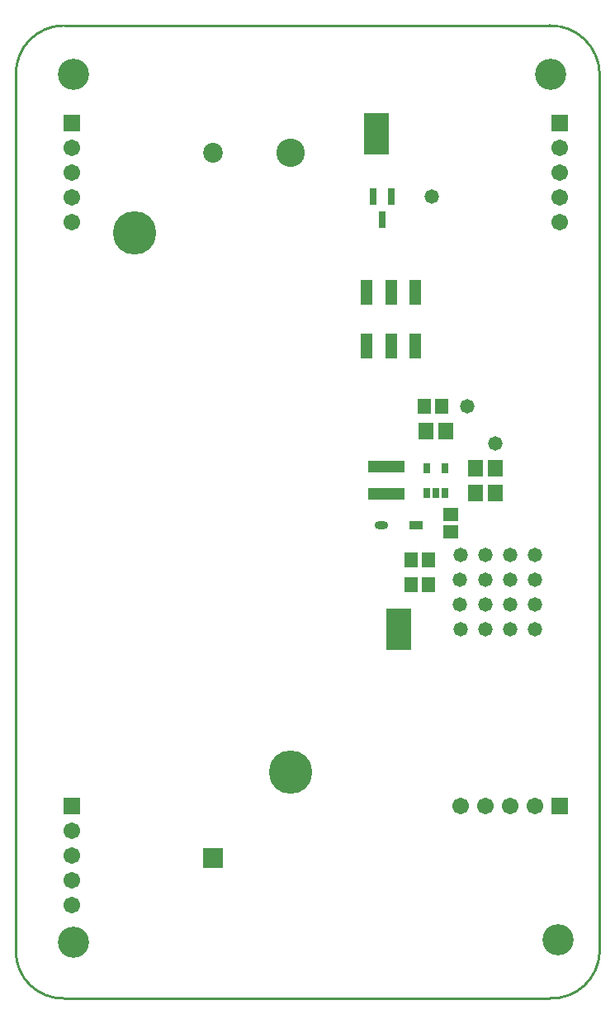
<source format=gts>
G04*
G04 #@! TF.GenerationSoftware,Altium Limited,Altium Designer,22.6.1 (34)*
G04*
G04 Layer_Color=8388736*
%FSLAX25Y25*%
%MOIN*%
G70*
G04*
G04 #@! TF.SameCoordinates,F07FD183-076F-48D4-B815-8826F00F65DA*
G04*
G04*
G04 #@! TF.FilePolarity,Negative*
G04*
G01*
G75*
%ADD13C,0.01000*%
%ADD14R,0.05544X0.03237*%
G04:AMPARAMS|DCode=15|XSize=55.44mil|YSize=32.37mil|CornerRadius=16.18mil|HoleSize=0mil|Usage=FLASHONLY|Rotation=180.000|XOffset=0mil|YOffset=0mil|HoleType=Round|Shape=RoundedRectangle|*
%AMROUNDEDRECTD15*
21,1,0.05544,0.00000,0,0,180.0*
21,1,0.02307,0.03237,0,0,180.0*
1,1,0.03237,-0.01154,0.00000*
1,1,0.03237,0.01154,0.00000*
1,1,0.03237,0.01154,0.00000*
1,1,0.03237,-0.01154,0.00000*
%
%ADD15ROUNDEDRECTD15*%
%ADD16R,0.10236X0.16535*%
G04:AMPARAMS|DCode=18|XSize=43.31mil|YSize=23.62mil|CornerRadius=2.01mil|HoleSize=0mil|Usage=FLASHONLY|Rotation=90.000|XOffset=0mil|YOffset=0mil|HoleType=Round|Shape=RoundedRectangle|*
%AMROUNDEDRECTD18*
21,1,0.04331,0.01961,0,0,90.0*
21,1,0.03929,0.02362,0,0,90.0*
1,1,0.00402,0.00980,0.01965*
1,1,0.00402,0.00980,-0.01965*
1,1,0.00402,-0.00980,-0.01965*
1,1,0.00402,-0.00980,0.01965*
%
%ADD18ROUNDEDRECTD18*%
%ADD21R,0.14600X0.04700*%
%ADD22R,0.04724X0.09843*%
%ADD24R,0.05524X0.06312*%
%ADD25R,0.06312X0.06706*%
%ADD26R,0.06312X0.05524*%
%ADD27R,0.03162X0.06509*%
%ADD28R,0.06706X0.06706*%
%ADD29C,0.06706*%
%ADD30C,0.12611*%
%ADD31R,0.06706X0.06706*%
%ADD32C,0.17500*%
%ADD33C,0.11500*%
%ADD34R,0.07953X0.07953*%
%ADD35C,0.07953*%
%ADD36C,0.05800*%
D13*
X19685Y393701D02*
G03*
X500Y374016I250J-19435D01*
G01*
X236221D02*
G03*
X216035Y393701I-19935J-250D01*
G01*
Y1000D02*
G03*
X236221Y19685I750J19435D01*
G01*
X500D02*
G03*
X19685Y1000I18935J250D01*
G01*
X236221Y19685D02*
Y374016D01*
X19685Y1000D02*
X19685D01*
X216035D01*
X20000Y393701D02*
X216035D01*
X500Y19685D02*
Y374016D01*
D14*
X162008Y192001D02*
D03*
D15*
X147992D02*
D03*
D16*
X155000Y150000D02*
D03*
X146240Y350000D02*
D03*
D18*
X166260Y215118D02*
D03*
X173740D02*
D03*
Y204882D02*
D03*
X170000D02*
D03*
X166260D02*
D03*
D21*
X150000Y204500D02*
D03*
Y215500D02*
D03*
D22*
X142076Y285827D02*
D03*
Y264173D02*
D03*
X161761D02*
D03*
Y285827D02*
D03*
X151918D02*
D03*
Y264173D02*
D03*
D24*
X160000Y167999D02*
D03*
X167087D02*
D03*
X160000Y177999D02*
D03*
X167087D02*
D03*
X165374Y240000D02*
D03*
X172461D02*
D03*
D25*
X173957Y230000D02*
D03*
X166083D02*
D03*
X193926Y215000D02*
D03*
X186052D02*
D03*
X193937Y205000D02*
D03*
X186063D02*
D03*
D26*
X176004Y189291D02*
D03*
Y196378D02*
D03*
D27*
X152192Y324626D02*
D03*
X144711D02*
D03*
X148451Y315374D02*
D03*
D28*
X219961Y78728D02*
D03*
D29*
X209961D02*
D03*
X199961D02*
D03*
X189961D02*
D03*
X179961D02*
D03*
X23122Y38740D02*
D03*
Y48740D02*
D03*
Y58740D02*
D03*
Y68740D02*
D03*
X219972Y314331D02*
D03*
Y324331D02*
D03*
Y334331D02*
D03*
Y344331D02*
D03*
X23122Y314331D02*
D03*
Y324331D02*
D03*
Y334331D02*
D03*
Y344331D02*
D03*
D30*
X216535Y374016D02*
D03*
X219535Y24622D02*
D03*
X23622Y374016D02*
D03*
Y23622D02*
D03*
D31*
X23122Y78740D02*
D03*
X219972Y354331D02*
D03*
X23122D02*
D03*
D32*
X48500Y309850D02*
D03*
X111500Y92350D02*
D03*
D33*
X111500Y342250D02*
D03*
D34*
X80000Y57750D02*
D03*
D35*
Y342250D02*
D03*
D36*
X193937Y225000D02*
D03*
X182801Y240000D02*
D03*
X168398Y324626D02*
D03*
X190000Y180000D02*
D03*
X179961D02*
D03*
X179760Y170000D02*
D03*
X210000D02*
D03*
X209961Y180000D02*
D03*
X200000Y170000D02*
D03*
X199961Y180000D02*
D03*
X190000Y170000D02*
D03*
X200000Y150000D02*
D03*
X210000D02*
D03*
X209961Y160000D02*
D03*
X199961D02*
D03*
X180000Y150000D02*
D03*
X190000D02*
D03*
Y160000D02*
D03*
X179760D02*
D03*
M02*

</source>
